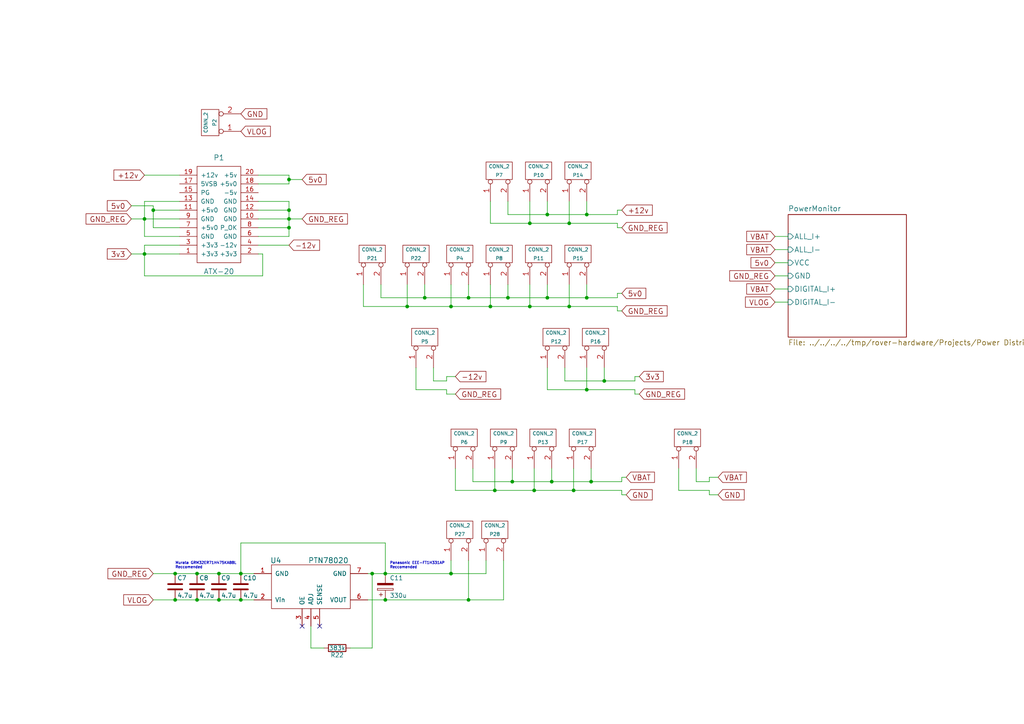
<source format=kicad_sch>
(kicad_sch (version 20230121) (generator eeschema)
  (paper "A4")
  (lib_symbols
    (symbol "PowerBoardV2-rescue:ATX-20-RESCUE-PowerBoardV2" (pin_names (offset 1.016))
      (property "Reference" "P" (at 0 17.78 0))
      (property "Value" "ATX-20-RESCUE-PowerBoardV2" (at 0 -15.24 0))
      (symbol "ATX-20-RESCUE-PowerBoardV2_0_1"
        (rectangle (start -6.35 -12.7) (end 6.35 15.24))
      )
      (symbol "ATX-20-RESCUE-PowerBoardV2_1_1"
        (pin input line (at -11.43 -10.16 0) (length 5.08) (name "+3v3") (number "1"))
        (pin input line (at 11.43 0 180) (length 5.08) (name "GND") (number "10"))
        (pin input line (at -11.43 2.54 0) (length 5.08) (name "+5v0") (number "11"))
        (pin input line (at 11.43 2.54 180) (length 5.08) (name "GND") (number "12"))
        (pin input line (at -11.43 5.08 0) (length 5.08) (name "GND") (number "13"))
        (pin input line (at 11.43 5.08 180) (length 5.08) (name "GND") (number "14"))
        (pin input line (at -11.43 7.62 0) (length 5.08) (name "PG") (number "15"))
        (pin input line (at 11.43 7.62 180) (length 5.08) (name "-5v") (number "16"))
        (pin input line (at -11.43 10.16 0) (length 5.08) (name "5VSB") (number "17"))
        (pin input line (at 11.43 10.16 180) (length 5.08) (name "+5v0") (number "18"))
        (pin input line (at -11.43 12.7 0) (length 5.08) (name "+12v") (number "19"))
        (pin input line (at 11.43 -10.16 180) (length 5.08) (name "+3v3") (number "2"))
        (pin input line (at 11.43 12.7 180) (length 5.08) (name "+5v") (number "20"))
        (pin input line (at -11.43 -7.62 0) (length 5.08) (name "+3v3") (number "3"))
        (pin input line (at 11.43 -7.62 180) (length 5.08) (name "-12v") (number "4"))
        (pin input line (at -11.43 -5.08 0) (length 5.08) (name "GND") (number "5"))
        (pin input line (at 11.43 -5.08 180) (length 5.08) (name "GND") (number "6"))
        (pin input line (at -11.43 -2.54 0) (length 5.08) (name "+5v0") (number "7"))
        (pin input line (at 11.43 -2.54 180) (length 5.08) (name "P_OK") (number "8"))
        (pin input line (at -11.43 0 0) (length 5.08) (name "GND") (number "9"))
      )
    )
    (symbol "PowerBoardV2-rescue:C" (pin_numbers hide) (pin_names (offset 0.254))
      (property "Reference" "C" (at 0.635 2.54 0))
      (property "Value" "C" (at 0.635 -2.54 0))
      (symbol "C_0_1"
        (polyline (pts (xy -2.032 -0.762) (xy 2.032 -0.762)) (stroke (width 0.508)))
        (polyline (pts (xy -2.032 0.762) (xy 2.032 0.762)) (stroke (width 0.508)))
      )
      (symbol "C_1_1"
        (pin passive line (at 0 3.81 270) (length 2.794) (name "~") (number "1"))
        (pin passive line (at 0 -3.81 90) (length 2.794) (name "~") (number "2"))
      )
    )
    (symbol "PowerBoardV2-rescue:CONN_2" (pin_names (offset 1.016) hide)
      (property "Reference" "P" (at -1.27 0 90))
      (property "Value" "CONN_2" (at 1.27 0 90))
      (symbol "CONN_2_0_1"
        (rectangle (start -2.54 3.81) (end 2.54 -3.81))
      )
      (symbol "CONN_2_1_1"
        (pin passive inverted (at -8.89 2.54 0) (length 6.35) (name "P1") (number "1"))
        (pin passive inverted (at -8.89 -2.54 0) (length 6.35) (name "PM") (number "2"))
      )
    )
    (symbol "PowerBoardV2-rescue:CP" (pin_numbers hide) (pin_names (offset 0.254))
      (property "Reference" "C" (at 0.635 2.54 0))
      (property "Value" "CP" (at 0.635 -2.54 0))
      (symbol "CP_0_1"
        (rectangle (start -2.286 0.508) (end -2.286 1.016))
        (rectangle (start -2.286 0.508) (end 2.286 0.508))
        (polyline (pts (xy -1.778 2.286) (xy -0.762 2.286)))
        (polyline (pts (xy -1.27 2.794) (xy -1.27 1.778)))
        (rectangle (start 2.286 -0.508) (end -2.286 -1.016) (fill (type outline)))
        (rectangle (start 2.286 1.016) (end -2.286 1.016))
        (rectangle (start 2.286 1.016) (end 2.286 0.508))
      )
      (symbol "CP_1_1"
        (pin passive line (at 0 3.81 270) (length 2.794) (name "~") (number "1"))
        (pin passive line (at 0 -3.81 90) (length 2.794) (name "~") (number "2"))
      )
    )
    (symbol "PowerBoardV2-rescue:PTN78020" (pin_names (offset 1.016))
      (property "Reference" "U" (at -10.16 7.62 0))
      (property "Value" "PTN78020" (at 5.08 7.62 0))
      (symbol "PTN78020_0_1"
        (rectangle (start -11.43 6.35) (end 11.43 -6.35))
      )
      (symbol "PTN78020_1_1"
        (pin input line (at -16.51 3.81 0) (length 5.08) (name "GND") (number "1"))
        (pin input line (at -16.51 -3.81 0) (length 5.08) (name "Vin") (number "2"))
        (pin input line (at -2.54 -11.43 90) (length 5.08) (name "OE") (number "3"))
        (pin input line (at 0 -11.43 90) (length 5.08) (name "ADJ") (number "4"))
        (pin input line (at 2.54 -11.43 90) (length 5.08) (name "SENSE") (number "5"))
        (pin input line (at 16.51 -3.81 180) (length 5.08) (name "VOUT") (number "6"))
        (pin input line (at 16.51 3.81 180) (length 5.08) (name "GND") (number "7"))
      )
    )
    (symbol "PowerBoardV2-rescue:R" (pin_numbers hide) (pin_names (offset 0))
      (property "Reference" "R" (at 2.032 0 90))
      (property "Value" "R" (at 0 0 90))
      (symbol "R_0_1"
        (rectangle (start -1.016 -2.54) (end 1.016 2.54) (stroke (width 0.254)))
      )
      (symbol "R_1_1"
        (pin passive line (at 0 3.81 270) (length 1.27) (name "~") (number "1"))
        (pin passive line (at 0 -3.81 90) (length 1.27) (name "~") (number "2"))
      )
    )
  )
  (junction (at 83.82 60.96))
  (junction (at 63.5 166.37))
  (junction (at 111.76 173.99))
  (junction (at 158.75 86.36))
  (junction (at 147.32 86.36))
  (junction (at 160.02 139.7))
  (junction (at 148.59 139.7))
  (junction (at 153.67 64.77))
  (junction (at 57.15 166.37))
  (junction (at 170.18 86.36))
  (junction (at 175.26 110.49))
  (junction (at 158.75 62.23))
  (junction (at 165.1 88.9))
  (junction (at 69.85 166.37))
  (junction (at 170.18 62.23))
  (junction (at 83.82 52.07))
  (junction (at 107.95 166.37))
  (junction (at 41.91 63.5))
  (junction (at 69.85 173.99))
  (junction (at 154.94 142.24))
  (junction (at 41.91 73.66))
  (junction (at 153.67 88.9))
  (junction (at 130.81 166.37))
  (junction (at 63.5 173.99))
  (junction (at 171.45 139.7))
  (junction (at 83.82 63.5))
  (junction (at 50.8 166.37))
  (junction (at 57.15 173.99))
  (junction (at 44.45 60.96))
  (junction (at 50.8 173.99))
  (junction (at 165.1 64.77))
  (junction (at 170.18 113.03))
  (junction (at 135.89 173.99))
  (junction (at 111.76 166.37))
  (junction (at 166.37 142.24))
  (junction (at 143.51 142.24))
  (junction (at 123.19 86.36))
  (junction (at 130.81 88.9))
  (junction (at 135.89 86.36))
  (junction (at 83.82 66.04))
  (junction (at 142.24 88.9))
  (junction (at 118.11 88.9))
  (no_connect (at 92.71 181.61))
  (no_connect (at 87.63 181.61))
  (wire (pts (xy 153.67 58.42) (xy 153.67 64.77)))
  (wire (pts (xy 76.2 73.66) (xy 74.93 73.66)))
  (wire (pts (xy 175.26 110.49) (xy 184.15 110.49)))
  (wire (pts (xy 228.6 80.01) (xy 224.79 80.01)))
  (wire (pts (xy 180.34 139.7) (xy 180.34 138.43)))
  (wire (pts (xy 69.85 157.48) (xy 111.76 157.48)))
  (wire (pts (xy 135.89 173.99) (xy 146.05 173.99)))
  (wire (pts (xy 165.1 88.9) (xy 179.07 88.9)))
  (wire (pts (xy 74.93 71.12) (xy 83.82 71.12)))
  (wire (pts (xy 76.2 73.66) (xy 76.2 80.01)))
  (wire (pts (xy 41.91 68.58) (xy 52.07 68.58)))
  (wire (pts (xy 180.34 143.51) (xy 181.61 143.51)))
  (wire (pts (xy 153.67 88.9) (xy 165.1 88.9)))
  (wire (pts (xy 158.75 106.68) (xy 158.75 113.03)))
  (wire (pts (xy 184.15 113.03) (xy 184.15 114.3)))
  (wire (pts (xy 57.15 173.99) (xy 63.5 173.99)))
  (wire (pts (xy 50.8 173.99) (xy 57.15 173.99)))
  (wire (pts (xy 50.8 166.37) (xy 57.15 166.37)))
  (wire (pts (xy 228.6 72.39) (xy 224.79 72.39)))
  (wire (pts (xy 205.74 142.24) (xy 205.74 143.51)))
  (wire (pts (xy 175.26 110.49) (xy 175.26 106.68)))
  (wire (pts (xy 74.93 63.5) (xy 83.82 63.5)))
  (wire (pts (xy 165.1 88.9) (xy 165.1 82.55)))
  (wire (pts (xy 101.6 187.96) (xy 107.95 187.96)))
  (wire (pts (xy 179.07 62.23) (xy 179.07 60.96)))
  (wire (pts (xy 165.1 64.77) (xy 179.07 64.77)))
  (wire (pts (xy 179.07 90.17) (xy 180.34 90.17)))
  (wire (pts (xy 69.85 173.99) (xy 73.66 173.99)))
  (wire (pts (xy 83.82 50.8) (xy 74.93 50.8)))
  (wire (pts (xy 120.65 113.03) (xy 129.54 113.03)))
  (wire (pts (xy 111.76 166.37) (xy 130.81 166.37)))
  (wire (pts (xy 74.93 66.04) (xy 83.82 66.04)))
  (wire (pts (xy 180.34 138.43) (xy 181.61 138.43)))
  (wire (pts (xy 130.81 88.9) (xy 130.81 82.55)))
  (wire (pts (xy 123.19 86.36) (xy 135.89 86.36)))
  (wire (pts (xy 142.24 82.55) (xy 142.24 88.9)))
  (wire (pts (xy 83.82 63.5) (xy 87.63 63.5)))
  (wire (pts (xy 160.02 139.7) (xy 171.45 139.7)))
  (wire (pts (xy 135.89 173.99) (xy 135.89 162.56)))
  (wire (pts (xy 90.17 187.96) (xy 90.17 181.61)))
  (wire (pts (xy 147.32 62.23) (xy 158.75 62.23)))
  (wire (pts (xy 135.89 86.36) (xy 135.89 82.55)))
  (wire (pts (xy 130.81 166.37) (xy 140.97 166.37)))
  (wire (pts (xy 74.93 58.42) (xy 83.82 58.42)))
  (wire (pts (xy 123.19 82.55) (xy 123.19 86.36)))
  (wire (pts (xy 228.6 76.2) (xy 224.79 76.2)))
  (wire (pts (xy 41.91 73.66) (xy 52.07 73.66)))
  (wire (pts (xy 132.08 135.89) (xy 132.08 142.24)))
  (wire (pts (xy 63.5 166.37) (xy 69.85 166.37)))
  (wire (pts (xy 147.32 62.23) (xy 147.32 58.42)))
  (wire (pts (xy 163.83 110.49) (xy 175.26 110.49)))
  (wire (pts (xy 107.95 166.37) (xy 111.76 166.37)))
  (wire (pts (xy 38.1 73.66) (xy 41.91 73.66)))
  (wire (pts (xy 154.94 135.89) (xy 154.94 142.24)))
  (wire (pts (xy 44.45 173.99) (xy 50.8 173.99)))
  (wire (pts (xy 196.85 142.24) (xy 205.74 142.24)))
  (wire (pts (xy 110.49 86.36) (xy 123.19 86.36)))
  (wire (pts (xy 105.41 88.9) (xy 105.41 82.55)))
  (wire (pts (xy 228.6 68.58) (xy 224.79 68.58)))
  (wire (pts (xy 106.68 173.99) (xy 111.76 173.99)))
  (wire (pts (xy 158.75 86.36) (xy 158.75 82.55)))
  (wire (pts (xy 111.76 157.48) (xy 111.76 166.37)))
  (wire (pts (xy 106.68 166.37) (xy 107.95 166.37)))
  (wire (pts (xy 44.45 59.69) (xy 38.1 59.69)))
  (wire (pts (xy 118.11 82.55) (xy 118.11 88.9)))
  (wire (pts (xy 179.07 66.04) (xy 180.34 66.04)))
  (wire (pts (xy 147.32 86.36) (xy 158.75 86.36)))
  (wire (pts (xy 158.75 62.23) (xy 170.18 62.23)))
  (wire (pts (xy 170.18 62.23) (xy 179.07 62.23)))
  (wire (pts (xy 129.54 113.03) (xy 129.54 114.3)))
  (wire (pts (xy 125.73 106.68) (xy 125.73 110.49)))
  (wire (pts (xy 83.82 52.07) (xy 87.63 52.07)))
  (wire (pts (xy 44.45 60.96) (xy 52.07 60.96)))
  (wire (pts (xy 166.37 142.24) (xy 180.34 142.24)))
  (wire (pts (xy 171.45 139.7) (xy 180.34 139.7)))
  (wire (pts (xy 129.54 110.49) (xy 129.54 109.22)))
  (wire (pts (xy 158.75 113.03) (xy 170.18 113.03)))
  (wire (pts (xy 83.82 58.42) (xy 83.82 60.96)))
  (wire (pts (xy 142.24 88.9) (xy 153.67 88.9)))
  (wire (pts (xy 52.07 71.12) (xy 41.91 71.12)))
  (wire (pts (xy 143.51 135.89) (xy 143.51 142.24)))
  (wire (pts (xy 180.34 142.24) (xy 180.34 143.51)))
  (wire (pts (xy 52.07 50.8) (xy 41.91 50.8)))
  (wire (pts (xy 41.91 71.12) (xy 41.91 73.66)))
  (wire (pts (xy 179.07 86.36) (xy 179.07 85.09)))
  (wire (pts (xy 184.15 114.3) (xy 185.42 114.3)))
  (wire (pts (xy 125.73 110.49) (xy 129.54 110.49)))
  (wire (pts (xy 205.74 139.7) (xy 205.74 138.43)))
  (wire (pts (xy 137.16 135.89) (xy 137.16 139.7)))
  (wire (pts (xy 163.83 110.49) (xy 163.83 106.68)))
  (wire (pts (xy 132.08 142.24) (xy 143.51 142.24)))
  (wire (pts (xy 57.15 166.37) (xy 63.5 166.37)))
  (wire (pts (xy 44.45 166.37) (xy 50.8 166.37)))
  (wire (pts (xy 44.45 66.04) (xy 52.07 66.04)))
  (wire (pts (xy 137.16 139.7) (xy 148.59 139.7)))
  (wire (pts (xy 160.02 139.7) (xy 160.02 135.89)))
  (wire (pts (xy 105.41 88.9) (xy 118.11 88.9)))
  (wire (pts (xy 153.67 82.55) (xy 153.67 88.9)))
  (wire (pts (xy 76.2 80.01) (xy 41.91 80.01)))
  (wire (pts (xy 93.98 187.96) (xy 90.17 187.96)))
  (wire (pts (xy 228.6 83.82) (xy 224.79 83.82)))
  (wire (pts (xy 41.91 58.42) (xy 41.91 63.5)))
  (wire (pts (xy 147.32 86.36) (xy 147.32 82.55)))
  (wire (pts (xy 153.67 64.77) (xy 165.1 64.77)))
  (wire (pts (xy 171.45 139.7) (xy 171.45 135.89)))
  (wire (pts (xy 148.59 139.7) (xy 160.02 139.7)))
  (wire (pts (xy 143.51 142.24) (xy 154.94 142.24)))
  (wire (pts (xy 148.59 139.7) (xy 148.59 135.89)))
  (wire (pts (xy 196.85 135.89) (xy 196.85 142.24)))
  (wire (pts (xy 170.18 62.23) (xy 170.18 58.42)))
  (wire (pts (xy 170.18 113.03) (xy 170.18 106.68)))
  (wire (pts (xy 158.75 86.36) (xy 170.18 86.36)))
  (wire (pts (xy 41.91 63.5) (xy 52.07 63.5)))
  (wire (pts (xy 184.15 109.22) (xy 185.42 109.22)))
  (wire (pts (xy 130.81 166.37) (xy 130.81 162.56)))
  (wire (pts (xy 154.94 142.24) (xy 166.37 142.24)))
  (wire (pts (xy 170.18 113.03) (xy 184.15 113.03)))
  (wire (pts (xy 129.54 109.22) (xy 132.08 109.22)))
  (wire (pts (xy 83.82 66.04) (xy 83.82 68.58)))
  (wire (pts (xy 142.24 64.77) (xy 153.67 64.77)))
  (wire (pts (xy 201.93 135.89) (xy 201.93 139.7)))
  (wire (pts (xy 74.93 60.96) (xy 83.82 60.96)))
  (wire (pts (xy 41.91 63.5) (xy 41.91 68.58)))
  (wire (pts (xy 111.76 173.99) (xy 135.89 173.99)))
  (wire (pts (xy 142.24 58.42) (xy 142.24 64.77)))
  (wire (pts (xy 205.74 138.43) (xy 208.28 138.43)))
  (wire (pts (xy 107.95 187.96) (xy 107.95 166.37)))
  (wire (pts (xy 140.97 166.37) (xy 140.97 162.56)))
  (wire (pts (xy 41.91 73.66) (xy 41.91 80.01)))
  (wire (pts (xy 83.82 68.58) (xy 74.93 68.58)))
  (wire (pts (xy 69.85 166.37) (xy 73.66 166.37)))
  (wire (pts (xy 41.91 58.42) (xy 52.07 58.42)))
  (wire (pts (xy 170.18 86.36) (xy 179.07 86.36)))
  (wire (pts (xy 158.75 62.23) (xy 158.75 58.42)))
  (wire (pts (xy 179.07 85.09) (xy 180.34 85.09)))
  (wire (pts (xy 129.54 114.3) (xy 132.08 114.3)))
  (wire (pts (xy 83.82 52.07) (xy 83.82 53.34)))
  (wire (pts (xy 83.82 63.5) (xy 83.82 66.04)))
  (wire (pts (xy 184.15 110.49) (xy 184.15 109.22)))
  (wire (pts (xy 146.05 173.99) (xy 146.05 162.56)))
  (wire (pts (xy 170.18 86.36) (xy 170.18 82.55)))
  (wire (pts (xy 228.6 87.63) (xy 224.79 87.63)))
  (wire (pts (xy 120.65 106.68) (xy 120.65 113.03)))
  (wire (pts (xy 130.81 88.9) (xy 142.24 88.9)))
  (wire (pts (xy 205.74 143.51) (xy 208.28 143.51)))
  (wire (pts (xy 44.45 60.96) (xy 44.45 66.04)))
  (wire (pts (xy 44.45 59.69) (xy 44.45 60.96)))
  (wire (pts (xy 135.89 86.36) (xy 147.32 86.36)))
  (wire (pts (xy 38.1 63.5) (xy 41.91 63.5)))
  (wire (pts (xy 179.07 64.77) (xy 179.07 66.04)))
  (wire (pts (xy 166.37 142.24) (xy 166.37 135.89)))
  (wire (pts (xy 165.1 64.77) (xy 165.1 58.42)))
  (wire (pts (xy 179.07 88.9) (xy 179.07 90.17)))
  (wire (pts (xy 83.82 50.8) (xy 83.82 52.07)))
  (wire (pts (xy 110.49 82.55) (xy 110.49 86.36)))
  (wire (pts (xy 118.11 88.9) (xy 130.81 88.9)))
  (wire (pts (xy 201.93 139.7) (xy 205.74 139.7)))
  (wire (pts (xy 69.85 166.37) (xy 69.85 157.48)))
  (wire (pts (xy 179.07 60.96) (xy 180.34 60.96)))
  (wire (pts (xy 83.82 53.34) (xy 74.93 53.34)))
  (wire (pts (xy 83.82 60.96) (xy 83.82 63.5)))
  (wire (pts (xy 63.5 173.99) (xy 69.85 173.99)))
  (text "Murata GRM32ER71H475KA88L\nReccomended" (at 50.8 165.1 0) (effects (font (size 0.762 0.762)) (justify left bottom)))
  (text "Panasonic EEE-FT1H331AP\nReccomended" (at 113.03 165.1 0) (effects (font (size 0.762 0.762)) (justify left bottom)))
  (global_label "GND" (shape input) (at 181.61 143.51 0) (effects (font (size 1.524 1.524))) (property "Intersheetrefs" "${INTERSHEET_REFS}" (effects hide)))
  (global_label "VLOG" (shape input) (at 224.79 87.63 180) (effects (font (size 1.524 1.524))) (property "Intersheetrefs" "${INTERSHEET_REFS}" (effects hide)))
  (global_label "-12v" (shape input) (at 83.82 71.12 0) (effects (font (size 1.524 1.524))) (property "Intersheetrefs" "${INTERSHEET_REFS}" (effects hide)))
  (global_label "GND" (shape input) (at 208.28 143.51 0) (effects (font (size 1.524 1.524))) (property "Intersheetrefs" "${INTERSHEET_REFS}" (effects hide)))
  (global_label "GND_REG" (shape input) (at 87.63 63.5 0) (effects (font (size 1.524 1.524))) (property "Intersheetrefs" "${INTERSHEET_REFS}" (effects hide)))
  (global_label "5v0" (shape input) (at 180.34 85.09 0) (effects (font (size 1.524 1.524))) (property "Intersheetrefs" "${INTERSHEET_REFS}" (effects hide)))
  (global_label "3v3" (shape input) (at 185.42 109.22 0) (effects (font (size 1.524 1.524))) (property "Intersheetrefs" "${INTERSHEET_REFS}" (effects hide)))
  (global_label "VLOG" (shape input) (at 44.45 173.99 180) (effects (font (size 1.524 1.524))) (property "Intersheetrefs" "${INTERSHEET_REFS}" (effects hide)))
  (global_label "+12v" (shape input) (at 41.91 50.8 180) (effects (font (size 1.524 1.524))) (property "Intersheetrefs" "${INTERSHEET_REFS}" (effects hide)))
  (global_label "GND_REG" (shape input) (at 132.08 114.3 0) (effects (font (size 1.524 1.524))) (property "Intersheetrefs" "${INTERSHEET_REFS}" (effects hide)))
  (global_label "GND_REG" (shape input) (at 180.34 90.17 0) (effects (font (size 1.524 1.524))) (property "Intersheetrefs" "${INTERSHEET_REFS}" (effects hide)))
  (global_label "VBAT" (shape input) (at 181.61 138.43 0) (effects (font (size 1.524 1.524))) (property "Intersheetrefs" "${INTERSHEET_REFS}" (effects hide)))
  (global_label "GND_REG" (shape input) (at 44.45 166.37 180) (effects (font (size 1.524 1.524))) (property "Intersheetrefs" "${INTERSHEET_REFS}" (effects hide)))
  (global_label "VBAT" (shape input) (at 224.79 68.58 180) (effects (font (size 1.524 1.524))) (property "Intersheetrefs" "${INTERSHEET_REFS}" (effects hide)))
  (global_label "5v0" (shape input) (at 38.1 59.69 180) (effects (font (size 1.524 1.524))) (property "Intersheetrefs" "${INTERSHEET_REFS}" (effects hide)))
  (global_label "GND_REG" (shape input) (at 38.1 63.5 180) (effects (font (size 1.524 1.524))) (property "Intersheetrefs" "${INTERSHEET_REFS}" (effects hide)))
  (global_label "3v3" (shape input) (at 38.1 73.66 180) (effects (font (size 1.524 1.524))) (property "Intersheetrefs" "${INTERSHEET_REFS}" (effects hide)))
  (global_label "5v0" (shape input) (at 87.63 52.07 0) (effects (font (size 1.524 1.524))) (property "Intersheetrefs" "${INTERSHEET_REFS}" (effects hide)))
  (global_label "GND_REG" (shape input) (at 180.34 66.04 0) (effects (font (size 1.524 1.524))) (property "Intersheetrefs" "${INTERSHEET_REFS}" (effects hide)))
  (global_label "GND_REG" (shape input) (at 185.42 114.3 0) (effects (font (size 1.524 1.524))) (property "Intersheetrefs" "${INTERSHEET_REFS}" (effects hide)))
  (global_label "GND_REG" (shape input) (at 224.79 80.01 180) (effects (font (size 1.524 1.524))) (property "Intersheetrefs" "${INTERSHEET_REFS}" (effects hide)))
  (global_label "+12v" (shape input) (at 180.34 60.96 0) (effects (font (size 1.524 1.524))) (property "Intersheetrefs" "${INTERSHEET_REFS}" (effects hide)))
  (global_label "VBAT" (shape input) (at 208.28 138.43 0) (effects (font (size 1.524 1.524))) (property "Intersheetrefs" "${INTERSHEET_REFS}" (effects hide)))
  (global_label "GND" (shape input) (at 69.85 33.02 0) (effects (font (size 1.524 1.524))) (property "Intersheetrefs" "${INTERSHEET_REFS}" (effects hide)))
  (global_label "5v0" (shape input) (at 224.79 76.2 180) (effects (font (size 1.524 1.524))) (property "Intersheetrefs" "${INTERSHEET_REFS}" (effects hide)))
  (global_label "VBAT" (shape input) (at 224.79 83.82 180) (effects (font (size 1.524 1.524))) (property "Intersheetrefs" "${INTERSHEET_REFS}" (effects hide)))
  (global_label "VBAT" (shape input) (at 224.79 72.39 180) (effects (font (size 1.524 1.524))) (property "Intersheetrefs" "${INTERSHEET_REFS}" (effects hide)))
  (global_label "VLOG" (shape input) (at 69.85 38.1 0) (effects (font (size 1.524 1.524))) (property "Intersheetrefs" "${INTERSHEET_REFS}" (effects hide)))
  (global_label "-12v" (shape input) (at 132.08 109.22 0) (effects (font (size 1.524 1.524))) (property "Intersheetrefs" "${INTERSHEET_REFS}" (effects hide)))
  (symbol (lib_id "PowerBoardV2-rescue:ATX-20-RESCUE-PowerBoardV2") (at 63.5 63.5 0) (unit 1)
    (property "Reference" "P1" (at 63.5 45.72 0) (effects (font (size 1.524 1.524))))
    (property "Value" "ATX-20" (at 63.5 78.74 0) (effects (font (size 1.524 1.524))))
    (property "Footprint" "USST-footprints:ATX20" (effects hide))
    (property "SPR" "(In Stock)" (effects hide))
  )
  (symbol (lib_id "PowerBoardV2-rescue:CONN_2") (at 60.96 35.56 180) (unit 1)
    (property "Reference" "P2" (at 62.23 35.56 90) (effects (font (size 1.016 1.016))))
    (property "Value" "CONN_2" (at 59.69 35.56 90) (effects (font (size 1.016 1.016))))
    (property "Footprint" "USST-footprints:Molex_39531_1002" (effects hide))
    (property "MFR" "Molex, LLC" (effects hide))
    (property "MPN" "0395311002" (effects hide))
    (property "SPR" "Digikey" (effects hide))
    (property "SPN" "WM7837-ND" (effects hide))
  )
  (symbol (lib_id "PowerBoardV2-rescue:CONN_2") (at 144.78 49.53 90) (unit 1)
    (property "Reference" "P7" (at 144.78 50.8 90) (effects (font (size 1.016 1.016))))
    (property "Value" "CONN_2" (at 144.78 48.26 90) (effects (font (size 1.016 1.016))))
    (property "Footprint" "USST-footprints:Molex_39531_1002" (effects hide))
    (property "MFR" "Molex, LLC" (effects hide))
    (property "MPN" "0395311002" (effects hide))
    (property "SPR" "Digikey" (effects hide))
    (property "SPN" "WM7837-ND" (effects hide))
  )
  (symbol (lib_id "PowerBoardV2-rescue:CONN_2") (at 156.21 49.53 90) (unit 1)
    (property "Reference" "P10" (at 156.21 50.8 90) (effects (font (size 1.016 1.016))))
    (property "Value" "CONN_2" (at 156.21 48.26 90) (effects (font (size 1.016 1.016))))
    (property "Footprint" "USST-footprints:Molex_39531_1002" (effects hide))
    (property "MFR" "Molex, LLC" (effects hide))
    (property "MPN" "0395311002" (effects hide))
    (property "SPR" "Digikey" (effects hide))
    (property "SPN" "WM7837-ND" (effects hide))
  )
  (symbol (lib_id "PowerBoardV2-rescue:CONN_2") (at 167.64 49.53 90) (unit 1)
    (property "Reference" "P14" (at 167.64 50.8 90) (effects (font (size 1.016 1.016))))
    (property "Value" "CONN_2" (at 167.64 48.26 90) (effects (font (size 1.016 1.016))))
    (property "Footprint" "USST-footprints:Molex_39531_1002" (effects hide))
    (property "MFR" "Molex, LLC" (effects hide))
    (property "MPN" "0395311002" (effects hide))
    (property "SPR" "Digikey" (effects hide))
    (property "SPN" "WM7837-ND" (effects hide))
  )
  (symbol (lib_id "PowerBoardV2-rescue:CONN_2") (at 133.35 73.66 90) (unit 1)
    (property "Reference" "P4" (at 133.35 74.93 90) (effects (font (size 1.016 1.016))))
    (property "Value" "CONN_2" (at 133.35 72.39 90) (effects (font (size 1.016 1.016))))
    (property "Footprint" "USST-footprints:Molex_39531_1002" (effects hide))
    (property "MFR" "Molex, LLC" (effects hide))
    (property "MPN" "0395311002" (effects hide))
    (property "SPR" "Digikey" (effects hide))
    (property "SPN" "WM7837-ND" (effects hide))
  )
  (symbol (lib_id "PowerBoardV2-rescue:CONN_2") (at 144.78 73.66 90) (unit 1)
    (property "Reference" "P8" (at 144.78 74.93 90) (effects (font (size 1.016 1.016))))
    (property "Value" "CONN_2" (at 144.78 72.39 90) (effects (font (size 1.016 1.016))))
    (property "Footprint" "USST-footprints:Molex_39531_1002" (effects hide))
    (property "MFR" "Molex, LLC" (effects hide))
    (property "MPN" "0395311002" (effects hide))
    (property "SPR" "Digikey" (effects hide))
    (property "SPN" "WM7837-ND" (effects hide))
  )
  (symbol (lib_id "PowerBoardV2-rescue:CONN_2") (at 156.21 73.66 90) (unit 1)
    (property "Reference" "P11" (at 156.21 74.93 90) (effects (font (size 1.016 1.016))))
    (property "Value" "CONN_2" (at 156.21 72.39 90) (effects (font (size 1.016 1.016))))
    (property "Footprint" "USST-footprints:Molex_39531_1002" (effects hide))
    (property "MFR" "Molex, LLC" (effects hide))
    (property "MPN" "0395311002" (effects hide))
    (property "SPR" "Digikey" (effects hide))
    (property "SPN" "WM7837-ND" (effects hide))
  )
  (symbol (lib_id "PowerBoardV2-rescue:CONN_2") (at 167.64 73.66 90) (unit 1)
    (property "Reference" "P15" (at 167.64 74.93 90) (effects (font (size 1.016 1.016))))
    (property "Value" "CONN_2" (at 167.64 72.39 90) (effects (font (size 1.016 1.016))))
    (property "Footprint" "USST-footprints:Molex_39531_1002" (effects hide))
    (property "MFR" "Molex, LLC" (effects hide))
    (property "MPN" "0395311002" (effects hide))
    (property "SPR" "Digikey" (effects hide))
    (property "SPN" "WM7837-ND" (effects hide))
  )
  (symbol (lib_id "PowerBoardV2-rescue:CONN_2") (at 123.19 97.79 90) (unit 1)
    (property "Reference" "P5" (at 123.19 99.06 90) (effects (font (size 1.016 1.016))))
    (property "Value" "CONN_2" (at 123.19 96.52 90) (effects (font (size 1.016 1.016))))
    (property "Footprint" "USST-footprints:Molex_39531_1002" (effects hide))
    (property "MFR" "Molex, LLC" (effects hide))
    (property "MPN" "0395311002" (effects hide))
    (property "SPR" "Digikey" (effects hide))
    (property "SPN" "WM7837-ND" (effects hide))
  )
  (symbol (lib_id "PowerBoardV2-rescue:CONN_2") (at 161.29 97.79 90) (unit 1)
    (property "Reference" "P12" (at 161.29 99.06 90) (effects (font (size 1.016 1.016))))
    (property "Value" "CONN_2" (at 161.29 96.52 90) (effects (font (size 1.016 1.016))))
    (property "Footprint" "USST-footprints:Molex_39531_1002" (effects hide))
    (property "MFR" "Molex, LLC" (effects hide))
    (property "MPN" "0395311002" (effects hide))
    (property "SPR" "Digikey" (effects hide))
    (property "SPN" "WM7837-ND" (effects hide))
  )
  (symbol (lib_id "PowerBoardV2-rescue:CONN_2") (at 172.72 97.79 90) (unit 1)
    (property "Reference" "P16" (at 172.72 99.06 90) (effects (font (size 1.016 1.016))))
    (property "Value" "CONN_2" (at 172.72 96.52 90) (effects (font (size 1.016 1.016))))
    (property "Footprint" "USST-footprints:Molex_39531_1002" (effects hide))
    (property "MFR" "Molex, LLC" (effects hide))
    (property "MPN" "0395311002" (effects hide))
    (property "SPR" "Digikey" (effects hide))
    (property "SPN" "WM7837-ND" (effects hide))
  )
  (symbol (lib_id "PowerBoardV2-rescue:CONN_2") (at 134.62 127 90) (unit 1)
    (property "Reference" "P6" (at 134.62 128.27 90) (effects (font (size 1.016 1.016))))
    (property "Value" "CONN_2" (at 134.62 125.73 90) (effects (font (size 1.016 1.016))))
    (property "Footprint" "USST-footprints:Phoenix_Contact_1770539" (effects hide))
    (property "MFR" "Phoenix Contact" (effects hide))
    (property "MPN" "1770539" (effects hide))
    (property "SPR" "Digikey" (effects hide))
    (property "SPN" "277-9758-ND" (effects hide))
  )
  (symbol (lib_id "PowerBoardV2-rescue:CONN_2") (at 146.05 127 90) (unit 1)
    (property "Reference" "P9" (at 146.05 128.27 90) (effects (font (size 1.016 1.016))))
    (property "Value" "CONN_2" (at 146.05 125.73 90) (effects (font (size 1.016 1.016))))
    (property "Footprint" "USST-footprints:Phoenix_Contact_1770539" (effects hide))
    (property "MFR" "Phoenix Contact" (effects hide))
    (property "MPN" "1770539" (effects hide))
    (property "SPR" "Digikey" (effects hide))
    (property "SPN" "277-9758-ND" (effects hide))
  )
  (symbol (lib_id "PowerBoardV2-rescue:CONN_2") (at 157.48 127 90) (unit 1)
    (property "Reference" "P13" (at 157.48 128.27 90) (effects (font (size 1.016 1.016))))
    (property "Value" "CONN_2" (at 157.48 125.73 90) (effects (font (size 1.016 1.016))))
    (property "Footprint" "USST-footprints:Phoenix_Contact_1770539" (effects hide))
    (property "MFR" "Phoenix Contact" (effects hide))
    (property "MPN" "1770539" (effects hide))
    (property "SPR" "Digikey" (effects hide))
    (property "SPN" "277-9758-ND" (effects hide))
  )
  (symbol (lib_id "PowerBoardV2-rescue:CONN_2") (at 168.91 127 90) (unit 1)
    (property "Reference" "P17" (at 168.91 128.27 90) (effects (font (size 1.016 1.016))))
    (property "Value" "CONN_2" (at 168.91 125.73 90) (effects (font (size 1.016 1.016))))
    (property "Footprint" "USST-footprints:Phoenix_Contact_1770539" (effects hide))
    (property "MFR" "Phoenix Contact" (effects hide))
    (property "MPN" "1770539" (effects hide))
    (property "SPR" "Digikey" (effects hide))
    (property "SPN" "277-9758-ND" (effects hide))
  )
  (symbol (lib_id "PowerBoardV2-rescue:CONN_2") (at 199.39 127 90) (unit 1)
    (property "Reference" "P18" (at 199.39 128.27 90) (effects (font (size 1.016 1.016))))
    (property "Value" "CONN_2" (at 199.39 125.73 90) (effects (font (size 1.016 1.016))))
    (property "Footprint" "USST-footprints:Phoenix_Contact_1770539" (effects hide))
    (property "MFR" "Phoenix Contact" (effects hide))
    (property "MPN" "1770539" (effects hide))
    (property "SPR" "Digikey" (effects hide))
    (property "SPN" "277-9758-ND" (effects hide))
  )
  (symbol (lib_id "PowerBoardV2-rescue:CONN_2") (at 120.65 73.66 90) (unit 1)
    (property "Reference" "P22" (at 120.65 74.93 90) (effects (font (size 1.016 1.016))))
    (property "Value" "CONN_2" (at 120.65 72.39 90) (effects (font (size 1.016 1.016))))
    (property "Footprint" "USST-footprints:Molex_39531_1002" (effects hide))
    (property "MFR" "Molex, LLC" (effects hide))
    (property "MPN" "0395311002" (effects hide))
    (property "SPR" "Digikey" (effects hide))
    (property "SPN" "WM7837-ND" (effects hide))
  )
  (symbol (lib_id "PowerBoardV2-rescue:CONN_2") (at 107.95 73.66 90) (unit 1)
    (property "Reference" "P21" (at 107.95 74.93 90) (effects (font (size 1.016 1.016))))
    (property "Value" "CONN_2" (at 107.95 72.39 90) (effects (font (size 1.016 1.016))))
    (property "Footprint" "USST-footprints:Molex_39531_1002" (effects hide))
    (property "MFR" "Molex, LLC" (effects hide))
    (property "MPN" "0395311002" (effects hide))
    (property "SPR" "Digikey" (effects hide))
    (property "SPN" "WM7837-ND" (effects hide))
  )
  (symbol (lib_id "PowerBoardV2-rescue:PTN78020") (at 90.17 170.18 0) (unit 1)
    (property "Reference" "U4" (at 80.01 162.56 0) (effects (font (size 1.524 1.524))))
    (property "Value" "PTN78020" (at 95.25 162.56 0) (effects (font (size 1.524 1.524))))
    (property "Footprint" "USST-footprints:PTN7820H" (effects hide))
    (property "SPR" "(In Stock)" (effects hide))
  )
  (symbol (lib_id "PowerBoardV2-rescue:C") (at 69.85 170.18 0) (unit 1)
    (property "Reference" "C10" (at 70.485 167.64 0) (effects (justify left)))
    (property "Value" "4.7u" (at 70.485 172.72 0) (effects (justify left)))
    (property "Footprint" "Capacitors_SMD:C_1210" (effects hide))
    (property "MFR" "Murata Electronics North America " (effects hide))
    (property "MPN" "GRM32ER71H475KA88L" (effects hide))
    (property "SPR" "Digikey" (effects hide))
    (property "SPN" "490-1864-1-ND" (effects hide))
  )
  (symbol (lib_id "PowerBoardV2-rescue:C") (at 63.5 170.18 0) (unit 1)
    (property "Reference" "C9" (at 64.135 167.64 0) (effects (justify left)))
    (property "Value" "4.7u" (at 64.135 172.72 0) (effects (justify left)))
    (property "Footprint" "Capacitors_SMD:C_1210" (effects hide))
    (property "MFR" "Murata Electronics North America " (effects hide))
    (property "MPN" "GRM32ER71H475KA88L" (effects hide))
    (property "SPR" "Digikey" (effects hide))
    (property "SPN" "490-1864-1-ND" (effects hide))
  )
  (symbol (lib_id "PowerBoardV2-rescue:C") (at 57.15 170.18 0) (unit 1)
    (property "Reference" "C8" (at 57.785 167.64 0) (effects (justify left)))
    (property "Value" "4.7u" (at 57.785 172.72 0) (effects (justify left)))
    (property "Footprint" "Capacitors_SMD:C_1210" (effects hide))
    (property "MFR" "Murata Electronics North America " (effects hide))
    (property "MPN" "GRM32ER71H475KA88L" (effects hide))
    (property "SPR" "Digikey" (effects hide))
    (property "SPN" "490-1864-1-ND" (effects hide))
  )
  (symbol (lib_id "PowerBoardV2-rescue:C") (at 50.8 170.18 0) (unit 1)
    (property "Reference" "C7" (at 51.435 167.64 0) (effects (justify left)))
    (property "Value" "4.7u" (at 51.435 172.72 0) (effects (justify left)))
    (property "Footprint" "Capacitors_SMD:C_1210" (effects hide))
    (property "MFR" "Murata Electronics North America " (effects hide))
    (property "MPN" "GRM32ER71H475KA88L" (effects hide))
    (property "SPR" "Digikey" (effects hide))
    (property "SPN" "490-1864-1-ND" (effects hide))
  )
  (symbol (lib_id "PowerBoardV2-rescue:CP") (at 111.76 170.18 0) (mirror x) (unit 1)
    (property "Reference" "C11" (at 113.03 167.64 0) (effects (justify left)))
    (property "Value" "330u" (at 113.03 172.72 0) (effects (justify left)))
    (property "Footprint" "Capacitors_SMD:CP_Elec_10x10.5" (effects hide))
    (property "MFR" "Panasonic Electronic Components" (effects hide))
    (property "MPN" "EEE-FT1H331AP" (effects hide))
    (property "SPR" "Digikey" (effects hide))
    (property "SPN" "PCE5026CT-ND" (effects hide))
  )
  (symbol (lib_id "PowerBoardV2-rescue:CONN_2") (at 133.35 153.67 90) (unit 1)
    (property "Reference" "P27" (at 133.35 154.94 90) (effects (font (size 1.016 1.016))))
    (property "Value" "CONN_2" (at 133.35 152.4 90) (effects (font (size 1.016 1.016))))
    (property "Footprint" "USST-footprints:Molex_39531_1002" (effects hide))
    (property "MFR" "Molex, LLC" (effects hide))
    (property "MPN" "0395311002" (effects hide))
    (property "SPR" "Digikey" (effects hide))
    (property "SPN" "WM7837-ND" (effects hide))
  )
  (symbol (lib_id "PowerBoardV2-rescue:CONN_2") (at 143.51 153.67 90) (unit 1)
    (property "Reference" "P28" (at 143.51 154.94 90) (effects (font (size 1.016 1.016))))
    (property "Value" "CONN_2" (at 143.51 152.4 90) (effects (font (size 1.016 1.016))))
    (property "Footprint" "USST-footprints:Molex_39531_1002" (effects hide))
    (property "MFR" "Molex, LLC" (effects hide))
    (property "MPN" "0395311002" (effects hide))
    (property "SPR" "Digikey" (effects hide))
    (property "SPN" "WM7837-ND" (effects hide))
  )
  (symbol (lib_id "PowerBoardV2-rescue:R") (at 97.79 187.96 270) (unit 1)
    (property "Reference" "R22" (at 97.79 189.992 90))
    (property "Value" "383k" (at 97.79 187.96 90))
    (property "Footprint" "Resistors_SMD:R_0805" (effects hide))
    (property "MFR" "Yageo" (effects hide))
    (property "MPN" "RC0805FR-07383KL" (effects hide))
    (property "SPR" "Digikey" (effects hide))
    (property "SPN" "311-383KCRCT-ND" (effects hide))
  )
  (sheet (at 228.6 62.23) (size 34.29 35.56)
    (property "Sheetname" "PowerMonitor" (at 228.6 61.3914 0) (effects (font (size 1.524 1.524)) (justify left bottom)))
    (property "Sheetfile" "../../../../tmp/rover-hardware/Projects/Power Distribution/PowerBoardV2/PowerMonitor.sch" (at 228.6 98.4762 0) (effects (font (size 1.524 1.524)) (justify left top)))
    (pin "ALL_I+" input (at 228.6 68.58 180) (effects (font (size 1.524 1.524))))
    (pin "ALL_I-" input (at 228.6 72.39 180) (effects (font (size 1.524 1.524))))
    (pin "VCC" input (at 228.6 76.2 180) (effects (font (size 1.524 1.524))))
    (pin "GND" input (at 228.6 80.01 180) (effects (font (size 1.524 1.524))))
    (pin "DIGITAL_I+" input (at 228.6 83.82 180) (effects (font (size 1.524 1.524))))
    (pin "DIGITAL_I-" input (at 228.6 87.63 180) (effects (font (size 1.524 1.524))))
  )
)
</source>
